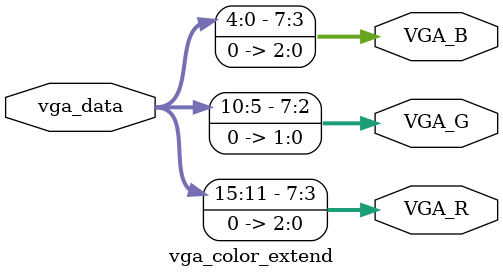
<source format=sv>
module vga_color_extend (
    input logic [15:0] vga_data,
    output logic [7:0] VGA_R, VGA_G, VGA_B
);

    assign VGA_R = {vga_data[15:11], 3'b000};
    assign VGA_G = {vga_data[10:5], 2'b00};
    assign VGA_B = {vga_data[4:0], 3'b000};

endmodule
</source>
